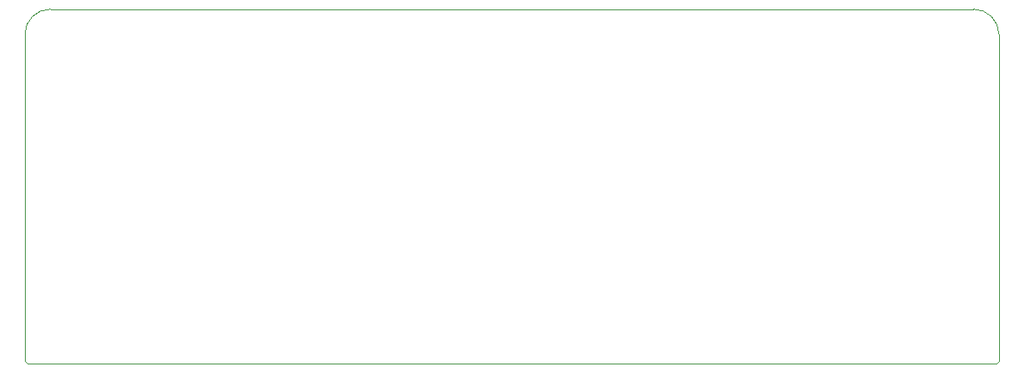
<source format=gbr>
%TF.GenerationSoftware,KiCad,Pcbnew,7.0.5-7.0.5~ubuntu20.04.1*%
%TF.CreationDate,2023-07-06T19:43:48+02:00*%
%TF.ProjectId,sao_keyboard,73616f5f-6b65-4796-926f-6172642e6b69,rev?*%
%TF.SameCoordinates,Original*%
%TF.FileFunction,Profile,NP*%
%FSLAX46Y46*%
G04 Gerber Fmt 4.6, Leading zero omitted, Abs format (unit mm)*
G04 Created by KiCad (PCBNEW 7.0.5-7.0.5~ubuntu20.04.1) date 2023-07-06 19:43:48*
%MOMM*%
%LPD*%
G01*
G04 APERTURE LIST*
%TA.AperFunction,Profile*%
%ADD10C,0.100000*%
%TD*%
G04 APERTURE END LIST*
D10*
X188250000Y-101500000D02*
X188000000Y-101750000D01*
X188250000Y-69250000D02*
G75*
G03*
X185750000Y-66750000I-2500000J0D01*
G01*
X94750000Y-66750000D02*
G75*
G03*
X92250000Y-69250000I0J-2500000D01*
G01*
X188000000Y-101750000D02*
X92500000Y-101750000D01*
X92250000Y-101500000D02*
X92250000Y-69250000D01*
X92500000Y-101750000D02*
X92250000Y-101500000D01*
X188250000Y-69250000D02*
X188250000Y-101500000D01*
X185750000Y-66750000D02*
X94750000Y-66750000D01*
M02*

</source>
